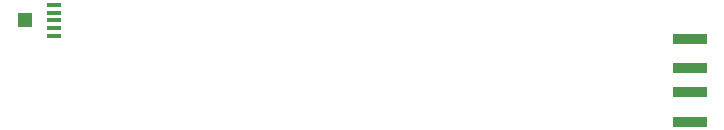
<source format=gbr>
G04 EAGLE Gerber RS-274X export*
G75*
%MOMM*%
%FSLAX34Y34*%
%LPD*%
%INSolderpaste Top*%
%IPPOS*%
%AMOC8*
5,1,8,0,0,1.08239X$1,22.5*%
G01*
G04 Define Apertures*
%ADD10R,3.000000X0.900000*%
%ADD11R,1.250000X0.400000*%
%ADD12R,1.270000X1.270000*%
D10*
X588280Y218600D03*
X588280Y193600D03*
X588280Y238600D03*
X588280Y263600D03*
D11*
X50400Y266400D03*
X50400Y272900D03*
X50400Y279400D03*
X50400Y285900D03*
X50400Y292400D03*
D12*
X25400Y279400D03*
M02*

</source>
